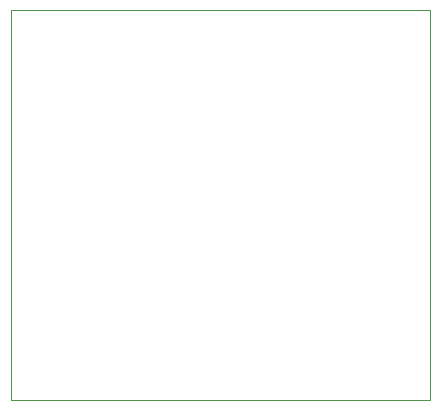
<source format=gbr>
%TF.GenerationSoftware,KiCad,Pcbnew,8.0.4*%
%TF.CreationDate,2024-10-17T15:12:59+10:30*%
%TF.ProjectId,bias circuit,62696173-2063-4697-9263-7569742e6b69,rev?*%
%TF.SameCoordinates,Original*%
%TF.FileFunction,Profile,NP*%
%FSLAX46Y46*%
G04 Gerber Fmt 4.6, Leading zero omitted, Abs format (unit mm)*
G04 Created by KiCad (PCBNEW 8.0.4) date 2024-10-17 15:12:59*
%MOMM*%
%LPD*%
G01*
G04 APERTURE LIST*
%TA.AperFunction,Profile*%
%ADD10C,0.050000*%
%TD*%
G04 APERTURE END LIST*
D10*
X119000000Y-81000000D02*
X154500000Y-81000000D01*
X154500000Y-114000000D01*
X119000000Y-114000000D01*
X119000000Y-81000000D01*
M02*

</source>
